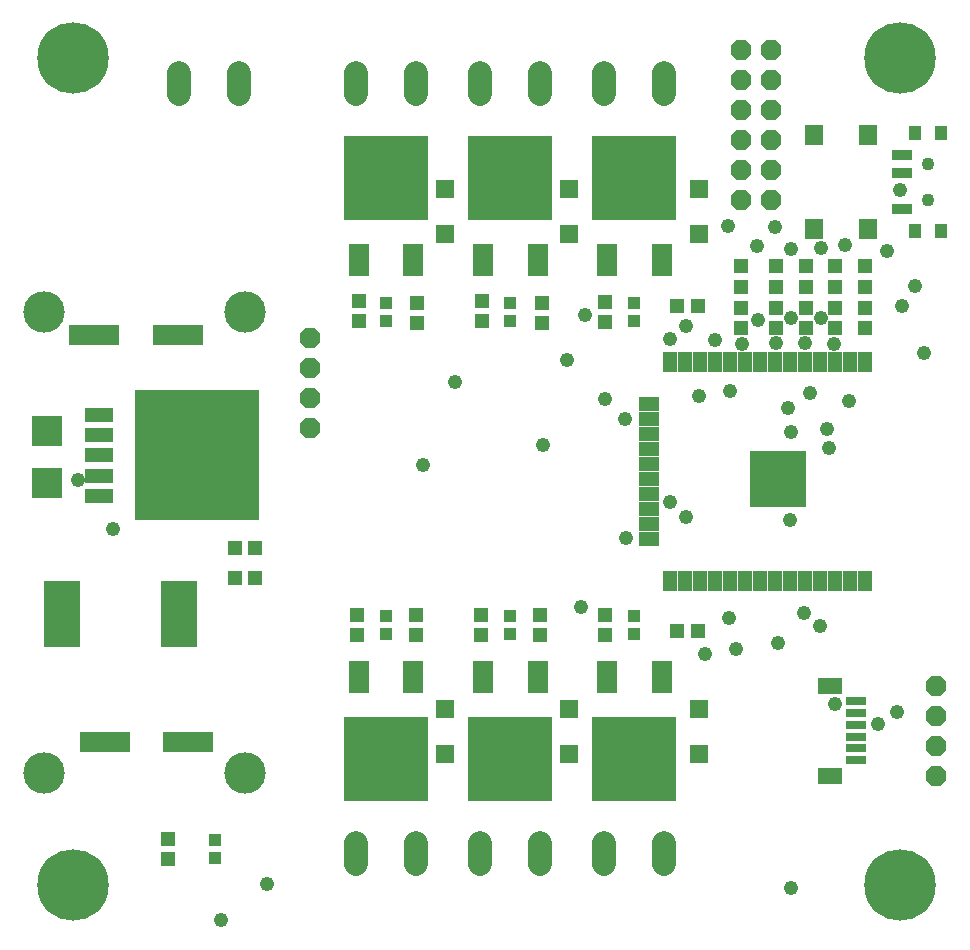
<source format=gbr>
G04 EAGLE Gerber RS-274X export*
G75*
%MOMM*%
%FSLAX34Y34*%
%LPD*%
%INSoldermask Top*%
%IPPOS*%
%AMOC8*
5,1,8,0,0,1.08239X$1,22.5*%
G01*
%ADD10C,6.045200*%
%ADD11C,1.993900*%
%ADD12R,10.613200X11.003200*%
%ADD13R,2.362200X1.270000*%
%ADD14R,4.203200X1.803200*%
%ADD15R,2.603200X2.603200*%
%ADD16R,3.103200X5.603200*%
%ADD17R,1.203200X1.303200*%
%ADD18C,3.505200*%
%ADD19R,1.203200X1.703200*%
%ADD20R,1.703200X1.203200*%
%ADD21R,4.703200X4.703200*%
%ADD22R,1.703200X2.703200*%
%ADD23R,7.203200X7.203200*%
%ADD24R,1.753200X0.803200*%
%ADD25R,2.003200X1.403200*%
%ADD26R,1.303200X1.203200*%
%ADD27P,1.869504X8X202.500000*%
%ADD28P,1.869504X8X22.500000*%
%ADD29R,1.003200X1.003200*%
%ADD30R,1.503200X1.753200*%
%ADD31R,1.003200X1.203200*%
%ADD32R,1.703200X0.903200*%
%ADD33C,1.103200*%
%ADD34R,1.603200X1.603200*%
%ADD35P,1.869504X8X292.500000*%
%ADD36C,1.209600*%


D10*
X50000Y50000D03*
X50000Y750000D03*
X750000Y50000D03*
X750000Y750000D03*
D11*
X139600Y737604D02*
X139600Y719697D01*
X190400Y719697D02*
X190400Y737604D01*
D12*
X155100Y413500D03*
D13*
X71788Y447536D03*
X71788Y430518D03*
X71788Y413500D03*
X71788Y396482D03*
X71788Y379464D03*
D14*
X67450Y515850D03*
X138450Y515850D03*
X76500Y170900D03*
X147500Y170900D03*
D15*
X28100Y390200D03*
X28100Y434200D03*
D16*
X40750Y278850D03*
X139750Y278850D03*
D17*
X186500Y335000D03*
X203500Y335000D03*
X203500Y310000D03*
X186500Y310000D03*
D18*
X195000Y535000D03*
X25000Y535000D03*
X195000Y145000D03*
X25000Y145000D03*
D19*
X681900Y492500D03*
X669200Y492500D03*
X656500Y492500D03*
X643800Y492500D03*
X631100Y492500D03*
X618400Y492500D03*
X605700Y492500D03*
X593000Y492500D03*
D20*
X537500Y342700D03*
D19*
X554900Y307500D03*
X567600Y307500D03*
X580300Y307500D03*
X593000Y307500D03*
X605700Y307500D03*
X618400Y307500D03*
X631100Y307500D03*
D20*
X537500Y431600D03*
D19*
X580300Y492500D03*
X567600Y492500D03*
X554900Y492500D03*
D20*
X537500Y457000D03*
X537500Y444300D03*
D19*
X694600Y492500D03*
X707300Y492500D03*
X720000Y492500D03*
D20*
X537500Y418900D03*
X537500Y406200D03*
X537500Y393500D03*
X537500Y355400D03*
X537500Y368100D03*
X537500Y380800D03*
D19*
X643800Y307500D03*
X656500Y307500D03*
X669200Y307500D03*
X681900Y307500D03*
X694600Y307500D03*
X707300Y307500D03*
X720000Y307500D03*
D21*
X646700Y393200D03*
D22*
X292000Y579250D03*
X338000Y579250D03*
D23*
X315000Y648250D03*
D24*
X712700Y205400D03*
X712700Y195400D03*
X712700Y185400D03*
X712700Y175400D03*
X712700Y165400D03*
X712700Y155400D03*
D25*
X690450Y218400D03*
X690450Y142400D03*
D26*
X292000Y544280D03*
X292000Y527280D03*
X341000Y525720D03*
X341000Y542720D03*
D11*
X289600Y719697D02*
X289600Y737604D01*
X340400Y737604D02*
X340400Y719697D01*
D22*
X397000Y579250D03*
X443000Y579250D03*
D23*
X420000Y648250D03*
D26*
X396000Y544280D03*
X396000Y527280D03*
X447000Y525720D03*
X447000Y542720D03*
D11*
X394600Y719697D02*
X394600Y737604D01*
X445400Y737604D02*
X445400Y719697D01*
D22*
X502000Y579250D03*
X548000Y579250D03*
D23*
X525000Y648250D03*
D26*
X500000Y543500D03*
X500000Y526500D03*
D17*
X578500Y540000D03*
X561500Y540000D03*
D11*
X499600Y719697D02*
X499600Y737604D01*
X550400Y737604D02*
X550400Y719697D01*
D22*
X338000Y225750D03*
X292000Y225750D03*
D23*
X315000Y156750D03*
D26*
X340000Y261500D03*
X340000Y278500D03*
X290000Y278500D03*
X290000Y261500D03*
D11*
X340400Y85304D02*
X340400Y67397D01*
X289600Y67397D02*
X289600Y85304D01*
D22*
X443000Y225750D03*
X397000Y225750D03*
D23*
X420000Y156750D03*
D26*
X445000Y261500D03*
X445000Y278500D03*
X395000Y278500D03*
X395000Y261500D03*
D11*
X445400Y85304D02*
X445400Y67397D01*
X394600Y67397D02*
X394600Y85304D01*
D22*
X548000Y225750D03*
X502000Y225750D03*
D23*
X525000Y156750D03*
D17*
X561500Y265000D03*
X578500Y265000D03*
D26*
X500000Y278500D03*
X500000Y261500D03*
D11*
X550400Y85304D02*
X550400Y67397D01*
X499600Y67397D02*
X499600Y85304D01*
D27*
X250000Y436900D03*
X250000Y462300D03*
X250000Y487700D03*
X250000Y513100D03*
D28*
X780000Y218100D03*
X780000Y192700D03*
X780000Y167300D03*
X780000Y141900D03*
D17*
X695000Y521500D03*
X695000Y538500D03*
X720000Y521500D03*
X720000Y538500D03*
D26*
X130000Y71500D03*
X130000Y88500D03*
D29*
X170000Y72500D03*
X170000Y87500D03*
D26*
X695000Y573500D03*
X695000Y556500D03*
D30*
X677500Y684750D03*
X677500Y605250D03*
X722500Y684750D03*
X722500Y605250D03*
D26*
X720000Y556500D03*
X720000Y573500D03*
D31*
X763000Y603500D03*
X785000Y603500D03*
X785000Y686500D03*
X763000Y686500D03*
D32*
X751500Y622500D03*
X751500Y652500D03*
X751500Y667500D03*
D33*
X774000Y630000D03*
X774000Y660000D03*
D29*
X525000Y542500D03*
X525000Y527500D03*
X315000Y542500D03*
X315000Y527500D03*
X420000Y542500D03*
X420000Y527500D03*
X315000Y262500D03*
X315000Y277500D03*
X420000Y262500D03*
X420000Y277500D03*
X525000Y262500D03*
X525000Y277500D03*
D34*
X365000Y639000D03*
X365000Y601000D03*
X470000Y639000D03*
X470000Y601000D03*
X580000Y639000D03*
X580000Y601000D03*
X365000Y161000D03*
X365000Y199000D03*
X470000Y161000D03*
X470000Y199000D03*
X580000Y161000D03*
X580000Y199000D03*
D35*
X615300Y756500D03*
X640700Y756500D03*
X615300Y731100D03*
X640700Y731100D03*
X615300Y705700D03*
X640700Y705700D03*
X615300Y680300D03*
X640700Y680300D03*
X615300Y654900D03*
X640700Y654900D03*
X615300Y629500D03*
X640700Y629500D03*
D26*
X615000Y573500D03*
X615000Y556500D03*
X615000Y538500D03*
X615000Y521500D03*
X645000Y573500D03*
X645000Y556500D03*
X645000Y538500D03*
X645000Y521500D03*
X670000Y573500D03*
X670000Y556500D03*
X670000Y538500D03*
X670000Y521500D03*
D36*
X750000Y638000D03*
X695000Y203000D03*
X770000Y500000D03*
X555000Y512000D03*
X728000Y50000D03*
X734419Y65508D03*
X749924Y71936D03*
X765432Y65517D03*
X771860Y50012D03*
X765441Y34503D03*
X749936Y28076D03*
X734427Y34495D03*
X28000Y50000D03*
X34419Y65508D03*
X49924Y71936D03*
X65432Y65517D03*
X71860Y50012D03*
X65441Y34503D03*
X49936Y28076D03*
X34427Y34495D03*
X28000Y750000D03*
X34419Y765508D03*
X49924Y771936D03*
X65432Y765517D03*
X71860Y750012D03*
X65441Y734503D03*
X49936Y728076D03*
X34427Y734495D03*
X728000Y750000D03*
X734419Y765508D03*
X749924Y771936D03*
X765432Y765517D03*
X771860Y750012D03*
X765441Y734503D03*
X749936Y728076D03*
X734427Y734495D03*
X752000Y540000D03*
X658000Y47000D03*
X214000Y51000D03*
X747000Y196000D03*
X707000Y460000D03*
X763000Y557000D03*
X54000Y393000D03*
X84000Y351000D03*
X694000Y508000D03*
X703000Y592000D03*
X683000Y589000D03*
X682985Y530000D03*
X669200Y509000D03*
X658000Y588000D03*
X657500Y529515D03*
X644000Y607000D03*
X644704Y508904D03*
X629000Y591000D03*
X630000Y528000D03*
X616500Y507500D03*
X604000Y608000D03*
X555000Y374000D03*
X611000Y250000D03*
X731000Y186000D03*
X688000Y436000D03*
X517000Y444000D03*
X655000Y454000D03*
X605000Y276000D03*
X569000Y361000D03*
X518000Y344000D03*
X658000Y433000D03*
X739000Y587000D03*
X669000Y280000D03*
X682000Y269000D03*
X346000Y405000D03*
X657000Y359000D03*
X290000Y675000D03*
X340000Y675000D03*
X315000Y675000D03*
X290000Y650000D03*
X290000Y625000D03*
X315000Y625000D03*
X340000Y625000D03*
X340000Y650000D03*
X315000Y650000D03*
X175000Y20000D03*
X647000Y255000D03*
X690000Y420000D03*
X448000Y422000D03*
X483000Y532000D03*
X569000Y523000D03*
X674000Y466000D03*
X373000Y476000D03*
X606000Y468000D03*
X593000Y511000D03*
X468000Y494000D03*
X480000Y285000D03*
X585000Y245000D03*
X580000Y464000D03*
X500000Y461000D03*
X395000Y675000D03*
X445000Y675000D03*
X420000Y675000D03*
X395000Y650000D03*
X395000Y625000D03*
X420000Y625000D03*
X445000Y625000D03*
X445000Y650000D03*
X420000Y650000D03*
X500000Y675000D03*
X550000Y675000D03*
X525000Y675000D03*
X500000Y650000D03*
X500000Y625000D03*
X525000Y625000D03*
X550000Y625000D03*
X550000Y650000D03*
X525000Y650000D03*
X290000Y180000D03*
X340000Y180000D03*
X315000Y180000D03*
X290000Y155000D03*
X290000Y130000D03*
X315000Y130000D03*
X340000Y130000D03*
X340000Y155000D03*
X315000Y155000D03*
X395000Y180000D03*
X445000Y180000D03*
X420000Y180000D03*
X395000Y155000D03*
X395000Y130000D03*
X420000Y130000D03*
X445000Y130000D03*
X445000Y155000D03*
X420000Y155000D03*
X500000Y180000D03*
X550000Y180000D03*
X525000Y180000D03*
X500000Y155000D03*
X500000Y130000D03*
X525000Y130000D03*
X550000Y130000D03*
X550000Y155000D03*
X525000Y155000D03*
M02*

</source>
